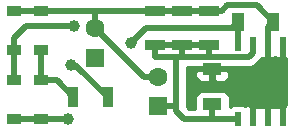
<source format=gbr>
G04 #@! TF.FileFunction,Copper,L1,Top,Signal*
%FSLAX46Y46*%
G04 Gerber Fmt 4.6, Leading zero omitted, Abs format (unit mm)*
G04 Created by KiCad (PCBNEW 4.0.7) date 04/04/18 15:32:54*
%MOMM*%
%LPD*%
G01*
G04 APERTURE LIST*
%ADD10C,0.100000*%
%ADD11R,0.508000X1.143000*%
%ADD12R,1.600000X1.600000*%
%ADD13C,1.600000*%
%ADD14R,0.900000X1.700000*%
%ADD15R,1.700000X0.900000*%
%ADD16R,1.200000X0.900000*%
%ADD17R,1.000000X1.600000*%
%ADD18R,1.600000X1.000000*%
%ADD19C,1.000000*%
%ADD20C,0.500000*%
%ADD21C,0.254000*%
G04 APERTURE END LIST*
D10*
D11*
X210185000Y-114681000D03*
X211455000Y-114681000D03*
X212725000Y-114681000D03*
X213995000Y-114681000D03*
X213995000Y-121031000D03*
X212725000Y-121031000D03*
X211455000Y-121031000D03*
X210185000Y-121031000D03*
D12*
X198120000Y-115824000D03*
D13*
X198120000Y-113324000D03*
D12*
X203454000Y-119938800D03*
D13*
X203454000Y-117438800D03*
D14*
X199189000Y-119151400D03*
X196289000Y-119151400D03*
D15*
X203200000Y-111834000D03*
X203200000Y-114734000D03*
X205486000Y-111834000D03*
X205486000Y-114734000D03*
X207772000Y-111834000D03*
X207772000Y-114734000D03*
D16*
X193548000Y-121055400D03*
X193548000Y-117755400D03*
X191262000Y-121055400D03*
X191262000Y-117755400D03*
X193548000Y-115188000D03*
X193548000Y-111888000D03*
X191262000Y-115188000D03*
X191262000Y-111888000D03*
D17*
X210183600Y-112801400D03*
X213183600Y-112801400D03*
D18*
X208051400Y-119762400D03*
X208051400Y-116762400D03*
D19*
X195859400Y-121056400D03*
X198120000Y-115824000D03*
X206324200Y-118414800D03*
X212090000Y-117348000D03*
X213614000Y-117348000D03*
X213614000Y-118821200D03*
X212090000Y-118821200D03*
X210566000Y-118821200D03*
X210566000Y-117348000D03*
X196291200Y-113157000D03*
X196062600Y-116408200D03*
X201168000Y-114554000D03*
D20*
X193548000Y-121055400D02*
X195858400Y-121055400D01*
X195858400Y-121055400D02*
X195859400Y-121056400D01*
X193549000Y-121056400D02*
X193548000Y-121055400D01*
X191262000Y-121055400D02*
X193548000Y-121055400D01*
X213995000Y-121031000D02*
X213995000Y-119888000D01*
X213995000Y-119888000D02*
X212725000Y-119888000D01*
X211455000Y-121031000D02*
X211455000Y-119888000D01*
X212725000Y-119888000D02*
X212725000Y-121031000D01*
X211455000Y-119888000D02*
X212725000Y-119888000D01*
X212725000Y-114681000D02*
X212725000Y-116382800D01*
X213995000Y-116433600D02*
X213995000Y-114681000D01*
X212775800Y-116433600D02*
X213995000Y-116433600D01*
X212725000Y-116382800D02*
X212775800Y-116433600D01*
X212725000Y-114681000D02*
X212725000Y-113260000D01*
X212725000Y-113260000D02*
X213183600Y-112801400D01*
X208051400Y-116762400D02*
X208051400Y-118414800D01*
X208051400Y-118414800D02*
X206324200Y-118414800D01*
X212090000Y-117348000D02*
X213614000Y-117348000D01*
X213614000Y-118821200D02*
X212090000Y-118821200D01*
X209980400Y-116762400D02*
X210566000Y-117348000D01*
X208051400Y-116762400D02*
X209980400Y-116762400D01*
X207772000Y-111834000D02*
X208866400Y-111834000D01*
X211786600Y-111404400D02*
X213183600Y-112801400D01*
X209296000Y-111404400D02*
X211786600Y-111404400D01*
X208866400Y-111834000D02*
X209296000Y-111404400D01*
X203454000Y-117438800D02*
X202234800Y-117438800D01*
X202234800Y-117438800D02*
X198120000Y-113324000D01*
X203454000Y-117642000D02*
X203443200Y-117652800D01*
X207772000Y-111834000D02*
X207774200Y-111836200D01*
X203200000Y-111834000D02*
X205486000Y-111834000D01*
X205486000Y-111834000D02*
X207772000Y-111834000D01*
X198120000Y-113324000D02*
X198120000Y-111888000D01*
X191262000Y-111888000D02*
X193548000Y-111888000D01*
X193548000Y-111888000D02*
X198120000Y-111888000D01*
X198120000Y-111888000D02*
X203146000Y-111888000D01*
X203146000Y-111888000D02*
X203200000Y-111834000D01*
X193548000Y-115188000D02*
X193548000Y-117755400D01*
X196289000Y-119151400D02*
X194893000Y-117755400D01*
X194893000Y-117755400D02*
X193548000Y-117755400D01*
X191262000Y-115188000D02*
X191262000Y-114147600D01*
X191262000Y-114147600D02*
X192252600Y-113157000D01*
X192252600Y-113157000D02*
X196291200Y-113157000D01*
X191262000Y-115188000D02*
X191262000Y-117755400D01*
X196445800Y-116408200D02*
X199189000Y-119151400D01*
X196062600Y-116408200D02*
X196445800Y-116408200D01*
X205003400Y-115747800D02*
X203225400Y-115747800D01*
X203200000Y-115722400D02*
X203200000Y-114734000D01*
X203225400Y-115747800D02*
X203200000Y-115722400D01*
X207772000Y-114734000D02*
X207772000Y-115747800D01*
X207772000Y-115747800D02*
X207797400Y-115747800D01*
X208051400Y-121031000D02*
X208051400Y-119762400D01*
X205003400Y-119862600D02*
X205003400Y-120370600D01*
X205663800Y-121031000D02*
X208051400Y-121031000D01*
X208051400Y-121031000D02*
X210185000Y-121031000D01*
X205003400Y-120370600D02*
X205663800Y-121031000D01*
X205486000Y-114734000D02*
X205486000Y-115671600D01*
X205486000Y-115671600D02*
X205409800Y-115747800D01*
X211455000Y-114681000D02*
X211455000Y-115417600D01*
X211124800Y-115747800D02*
X207797400Y-115747800D01*
X211455000Y-115417600D02*
X211124800Y-115747800D01*
X207797400Y-115747800D02*
X205409800Y-115747800D01*
X205003400Y-115747800D02*
X205003400Y-119862600D01*
X205003400Y-119862600D02*
X205003400Y-119938800D01*
X205409800Y-115747800D02*
X205003400Y-115747800D01*
X203454000Y-119938800D02*
X205003400Y-119938800D01*
X207875000Y-119938800D02*
X208051400Y-119762400D01*
X203479400Y-119913400D02*
X203454000Y-119938800D01*
X205486000Y-114734000D02*
X207772000Y-114734000D01*
X203200000Y-114734000D02*
X205486000Y-114734000D01*
X202438000Y-113284000D02*
X209701000Y-113284000D01*
X201168000Y-114554000D02*
X202438000Y-113284000D01*
X209701000Y-113284000D02*
X210183600Y-112801400D01*
X210183600Y-112801400D02*
X210183600Y-114679600D01*
X210183600Y-114679600D02*
X210185000Y-114681000D01*
D21*
G36*
X212852000Y-115728750D02*
X213010750Y-115887500D01*
X213105309Y-115887500D01*
X213338698Y-115790827D01*
X213360000Y-115769525D01*
X213381302Y-115790827D01*
X213614691Y-115887500D01*
X213709250Y-115887500D01*
X213868000Y-115728750D01*
X213868000Y-114935000D01*
X214122000Y-114935000D01*
X214122000Y-115728750D01*
X214280750Y-115887500D01*
X214290000Y-115887500D01*
X214290000Y-119824500D01*
X214280750Y-119824500D01*
X214122000Y-119983250D01*
X214122000Y-120777000D01*
X213868000Y-120777000D01*
X213868000Y-119983250D01*
X213709250Y-119824500D01*
X213614691Y-119824500D01*
X213381302Y-119921173D01*
X213360000Y-119942475D01*
X213338698Y-119921173D01*
X213105309Y-119824500D01*
X213010750Y-119824500D01*
X212852000Y-119983250D01*
X212852000Y-120777000D01*
X212598000Y-120777000D01*
X212598000Y-119983250D01*
X212439250Y-119824500D01*
X212344691Y-119824500D01*
X212111302Y-119921173D01*
X212090000Y-119942475D01*
X212068698Y-119921173D01*
X211835309Y-119824500D01*
X211740750Y-119824500D01*
X211582000Y-119983250D01*
X211582000Y-120777000D01*
X211328000Y-120777000D01*
X211328000Y-119983250D01*
X211169250Y-119824500D01*
X211074691Y-119824500D01*
X210841302Y-119921173D01*
X210814765Y-119947709D01*
X210690890Y-119863069D01*
X210439000Y-119812060D01*
X209931000Y-119812060D01*
X209695683Y-119856338D01*
X209498840Y-119983003D01*
X209498840Y-119262400D01*
X209454562Y-119027083D01*
X209315490Y-118810959D01*
X209103290Y-118665969D01*
X208851400Y-118614960D01*
X207251400Y-118614960D01*
X207016083Y-118659238D01*
X206799959Y-118798310D01*
X206654969Y-119010510D01*
X206603960Y-119262400D01*
X206603960Y-120146000D01*
X206030379Y-120146000D01*
X205888400Y-120004020D01*
X205888400Y-117048150D01*
X206616400Y-117048150D01*
X206616400Y-117388709D01*
X206713073Y-117622098D01*
X206891701Y-117800727D01*
X207125090Y-117897400D01*
X207765650Y-117897400D01*
X207924400Y-117738650D01*
X207924400Y-116889400D01*
X208178400Y-116889400D01*
X208178400Y-117738650D01*
X208337150Y-117897400D01*
X208977710Y-117897400D01*
X209211099Y-117800727D01*
X209389727Y-117622098D01*
X209486400Y-117388709D01*
X209486400Y-117048150D01*
X209327650Y-116889400D01*
X208178400Y-116889400D01*
X207924400Y-116889400D01*
X206775150Y-116889400D01*
X206616400Y-117048150D01*
X205888400Y-117048150D01*
X205888400Y-116632800D01*
X206772550Y-116632800D01*
X206775150Y-116635400D01*
X207924400Y-116635400D01*
X207924400Y-116632800D01*
X208178400Y-116632800D01*
X208178400Y-116635400D01*
X209327650Y-116635400D01*
X209330250Y-116632800D01*
X211124795Y-116632800D01*
X211124800Y-116632801D01*
X211407284Y-116576610D01*
X211463475Y-116565433D01*
X211750590Y-116373590D01*
X212080787Y-116043392D01*
X212080790Y-116043390D01*
X212219579Y-115835677D01*
X212344691Y-115887500D01*
X212439250Y-115887500D01*
X212598000Y-115728750D01*
X212598000Y-114935000D01*
X212852000Y-114935000D01*
X212852000Y-115728750D01*
X212852000Y-115728750D01*
G37*
X212852000Y-115728750D02*
X213010750Y-115887500D01*
X213105309Y-115887500D01*
X213338698Y-115790827D01*
X213360000Y-115769525D01*
X213381302Y-115790827D01*
X213614691Y-115887500D01*
X213709250Y-115887500D01*
X213868000Y-115728750D01*
X213868000Y-114935000D01*
X214122000Y-114935000D01*
X214122000Y-115728750D01*
X214280750Y-115887500D01*
X214290000Y-115887500D01*
X214290000Y-119824500D01*
X214280750Y-119824500D01*
X214122000Y-119983250D01*
X214122000Y-120777000D01*
X213868000Y-120777000D01*
X213868000Y-119983250D01*
X213709250Y-119824500D01*
X213614691Y-119824500D01*
X213381302Y-119921173D01*
X213360000Y-119942475D01*
X213338698Y-119921173D01*
X213105309Y-119824500D01*
X213010750Y-119824500D01*
X212852000Y-119983250D01*
X212852000Y-120777000D01*
X212598000Y-120777000D01*
X212598000Y-119983250D01*
X212439250Y-119824500D01*
X212344691Y-119824500D01*
X212111302Y-119921173D01*
X212090000Y-119942475D01*
X212068698Y-119921173D01*
X211835309Y-119824500D01*
X211740750Y-119824500D01*
X211582000Y-119983250D01*
X211582000Y-120777000D01*
X211328000Y-120777000D01*
X211328000Y-119983250D01*
X211169250Y-119824500D01*
X211074691Y-119824500D01*
X210841302Y-119921173D01*
X210814765Y-119947709D01*
X210690890Y-119863069D01*
X210439000Y-119812060D01*
X209931000Y-119812060D01*
X209695683Y-119856338D01*
X209498840Y-119983003D01*
X209498840Y-119262400D01*
X209454562Y-119027083D01*
X209315490Y-118810959D01*
X209103290Y-118665969D01*
X208851400Y-118614960D01*
X207251400Y-118614960D01*
X207016083Y-118659238D01*
X206799959Y-118798310D01*
X206654969Y-119010510D01*
X206603960Y-119262400D01*
X206603960Y-120146000D01*
X206030379Y-120146000D01*
X205888400Y-120004020D01*
X205888400Y-117048150D01*
X206616400Y-117048150D01*
X206616400Y-117388709D01*
X206713073Y-117622098D01*
X206891701Y-117800727D01*
X207125090Y-117897400D01*
X207765650Y-117897400D01*
X207924400Y-117738650D01*
X207924400Y-116889400D01*
X208178400Y-116889400D01*
X208178400Y-117738650D01*
X208337150Y-117897400D01*
X208977710Y-117897400D01*
X209211099Y-117800727D01*
X209389727Y-117622098D01*
X209486400Y-117388709D01*
X209486400Y-117048150D01*
X209327650Y-116889400D01*
X208178400Y-116889400D01*
X207924400Y-116889400D01*
X206775150Y-116889400D01*
X206616400Y-117048150D01*
X205888400Y-117048150D01*
X205888400Y-116632800D01*
X206772550Y-116632800D01*
X206775150Y-116635400D01*
X207924400Y-116635400D01*
X207924400Y-116632800D01*
X208178400Y-116632800D01*
X208178400Y-116635400D01*
X209327650Y-116635400D01*
X209330250Y-116632800D01*
X211124795Y-116632800D01*
X211124800Y-116632801D01*
X211407284Y-116576610D01*
X211463475Y-116565433D01*
X211750590Y-116373590D01*
X212080787Y-116043392D01*
X212080790Y-116043390D01*
X212219579Y-115835677D01*
X212344691Y-115887500D01*
X212439250Y-115887500D01*
X212598000Y-115728750D01*
X212598000Y-114935000D01*
X212852000Y-114935000D01*
X212852000Y-115728750D01*
M02*

</source>
